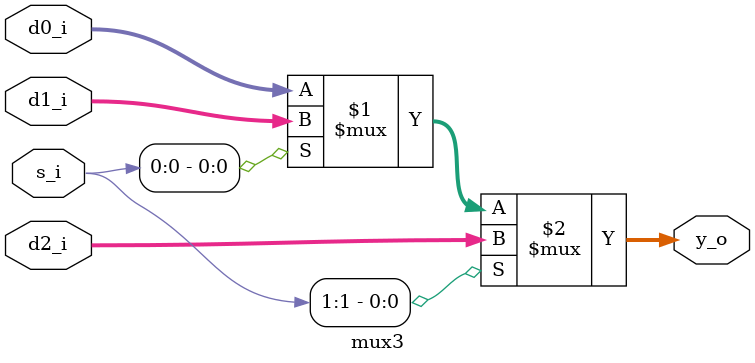
<source format=sv>
`timescale 1ns / 1ps

module mux3 #(parameter WIDTH = 8)(
    input  logic [WIDTH-1:0] d0_i, d1_i, d2_i,
    input  logic [1:0]       s_i,
    output logic [WIDTH-1:0] y_o
    );
    
    assign y_o = s_i[1] ? d2_i : (s_i[0] ? d1_i : d0_i);
endmodule

</source>
